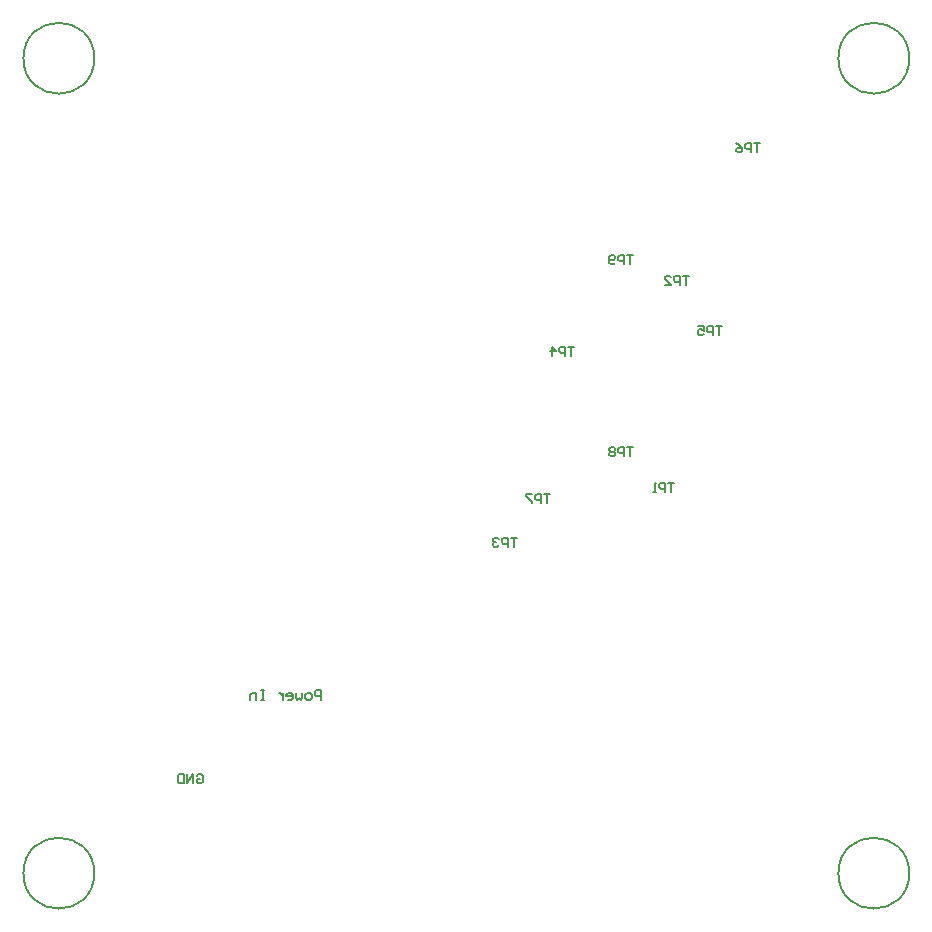
<source format=gbo>
G04*
G04 #@! TF.GenerationSoftware,Altium Limited,Altium Designer,20.1.12 (249)*
G04*
G04 Layer_Color=32896*
%FSLAX44Y44*%
%MOMM*%
G71*
G04*
G04 #@! TF.SameCoordinates,BAD2E13A-ADEF-41FB-B1CA-1C4B7F66A015*
G04*
G04*
G04 #@! TF.FilePolarity,Positive*
G04*
G01*
G75*
%ADD10C,0.2000*%
%ADD13C,0.2032*%
D10*
X60000Y30000D02*
G03*
X60000Y30000I-30000J0D01*
G01*
Y720000D02*
G03*
X60000Y720000I-30000J0D01*
G01*
X750000D02*
G03*
X750000Y720000I-30000J0D01*
G01*
Y30000D02*
G03*
X750000Y30000I-30000J0D01*
G01*
X252000Y177000D02*
Y184997D01*
X248001D01*
X246668Y183664D01*
Y180999D01*
X248001Y179666D01*
X252000D01*
X242670Y177000D02*
X240004D01*
X238671Y178333D01*
Y180999D01*
X240004Y182332D01*
X242670D01*
X244003Y180999D01*
Y178333D01*
X242670Y177000D01*
X236005Y182332D02*
Y178333D01*
X234672Y177000D01*
X233339Y178333D01*
X232006Y177000D01*
X230674Y178333D01*
Y182332D01*
X224009Y177000D02*
X226675D01*
X228008Y178333D01*
Y180999D01*
X226675Y182332D01*
X224009D01*
X222676Y180999D01*
Y179666D01*
X228008D01*
X220010Y182332D02*
Y177000D01*
Y179666D01*
X218677Y180999D01*
X217344Y182332D01*
X216012D01*
X204016Y184997D02*
X201350D01*
X202683D01*
Y177000D01*
X204016D01*
X201350D01*
X197351D02*
Y182332D01*
X193352D01*
X192019Y180999D01*
Y177000D01*
X146668Y112664D02*
X148001Y113997D01*
X150667D01*
X152000Y112664D01*
Y107333D01*
X150667Y106000D01*
X148001D01*
X146668Y107333D01*
Y109999D01*
X149334D01*
X144003Y106000D02*
Y113997D01*
X138671Y106000D01*
Y113997D01*
X136005D02*
Y106000D01*
X132006D01*
X130674Y107333D01*
Y112664D01*
X132006Y113997D01*
X136005D01*
D13*
X516402Y553188D02*
X511324D01*
X513863D01*
Y545570D01*
X508784D02*
Y553188D01*
X504976D01*
X503706Y551918D01*
Y549379D01*
X504976Y548109D01*
X508784D01*
X501167Y546840D02*
X499897Y545570D01*
X497358D01*
X496088Y546840D01*
Y551918D01*
X497358Y553188D01*
X499897D01*
X501167Y551918D01*
Y550648D01*
X499897Y549379D01*
X496088D01*
X516310Y390688D02*
X511231D01*
X513771D01*
Y383070D01*
X508692D02*
Y390688D01*
X504883D01*
X503614Y389418D01*
Y386879D01*
X504883Y385609D01*
X508692D01*
X501075Y389418D02*
X499805Y390688D01*
X497266D01*
X495996Y389418D01*
Y388148D01*
X497266Y386879D01*
X495996Y385609D01*
Y384340D01*
X497266Y383070D01*
X499805D01*
X501075Y384340D01*
Y385609D01*
X499805Y386879D01*
X501075Y388148D01*
Y389418D01*
X499805Y386879D02*
X497266D01*
X446240Y350688D02*
X441162D01*
X443701D01*
Y343070D01*
X438622D02*
Y350688D01*
X434814D01*
X433544Y349418D01*
Y346879D01*
X434814Y345609D01*
X438622D01*
X431005Y350688D02*
X425927D01*
Y349418D01*
X431005Y344340D01*
Y343070D01*
X623884Y648188D02*
X618806D01*
X621345D01*
Y640570D01*
X616267D02*
Y648188D01*
X612458D01*
X611188Y646918D01*
Y644379D01*
X612458Y643109D01*
X616267D01*
X603571Y648188D02*
X606110Y646918D01*
X608649Y644379D01*
Y641840D01*
X607379Y640570D01*
X604840D01*
X603571Y641840D01*
Y643109D01*
X604840Y644379D01*
X608649D01*
X591332Y493188D02*
X586254D01*
X588793D01*
Y485570D01*
X583714D02*
Y493188D01*
X579906D01*
X578636Y491918D01*
Y489379D01*
X579906Y488109D01*
X583714D01*
X571019Y493188D02*
X576097D01*
Y489379D01*
X573558Y490648D01*
X572288D01*
X571019Y489379D01*
Y486840D01*
X572288Y485570D01*
X574827D01*
X576097Y486840D01*
X466222Y475688D02*
X461144D01*
X463683D01*
Y468070D01*
X458605D02*
Y475688D01*
X454796D01*
X453526Y474418D01*
Y471879D01*
X454796Y470609D01*
X458605D01*
X447178Y468070D02*
Y475688D01*
X450987Y471879D01*
X445909D01*
X417657Y313809D02*
X412578D01*
X415117D01*
Y306191D01*
X410039D02*
Y313809D01*
X406230D01*
X404961Y312539D01*
Y310000D01*
X406230Y308730D01*
X410039D01*
X402422Y312539D02*
X401152Y313809D01*
X398613D01*
X397343Y312539D01*
Y311270D01*
X398613Y310000D01*
X399882D01*
X398613D01*
X397343Y308730D01*
Y307461D01*
X398613Y306191D01*
X401152D01*
X402422Y307461D01*
X563364Y535722D02*
X558285D01*
X560825D01*
Y528104D01*
X555746D02*
Y535722D01*
X551937D01*
X550668Y534452D01*
Y531913D01*
X551937Y530644D01*
X555746D01*
X543050Y528104D02*
X548129D01*
X543050Y533183D01*
Y534452D01*
X544320Y535722D01*
X546859D01*
X548129Y534452D01*
X551204Y360688D02*
X546126D01*
X548665D01*
Y353070D01*
X543587D02*
Y360688D01*
X539778D01*
X538508Y359418D01*
Y356879D01*
X539778Y355609D01*
X543587D01*
X535969Y353070D02*
X533430D01*
X534700D01*
Y360688D01*
X535969Y359418D01*
M02*

</source>
